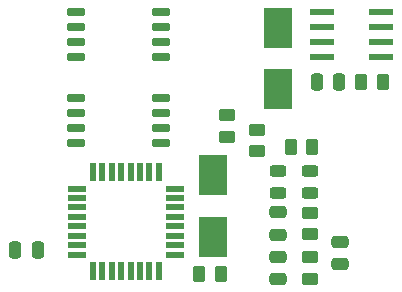
<source format=gtp>
%TF.GenerationSoftware,KiCad,Pcbnew,8.0.8*%
%TF.CreationDate,2025-03-21T07:08:09+05:30*%
%TF.ProjectId,project2_MCU_datalogger,70726f6a-6563-4743-925f-4d43555f6461,1.0*%
%TF.SameCoordinates,Original*%
%TF.FileFunction,Paste,Top*%
%TF.FilePolarity,Positive*%
%FSLAX46Y46*%
G04 Gerber Fmt 4.6, Leading zero omitted, Abs format (unit mm)*
G04 Created by KiCad (PCBNEW 8.0.8) date 2025-03-21 07:08:09*
%MOMM*%
%LPD*%
G01*
G04 APERTURE LIST*
G04 Aperture macros list*
%AMRoundRect*
0 Rectangle with rounded corners*
0 $1 Rounding radius*
0 $2 $3 $4 $5 $6 $7 $8 $9 X,Y pos of 4 corners*
0 Add a 4 corners polygon primitive as box body*
4,1,4,$2,$3,$4,$5,$6,$7,$8,$9,$2,$3,0*
0 Add four circle primitives for the rounded corners*
1,1,$1+$1,$2,$3*
1,1,$1+$1,$4,$5*
1,1,$1+$1,$6,$7*
1,1,$1+$1,$8,$9*
0 Add four rect primitives between the rounded corners*
20,1,$1+$1,$2,$3,$4,$5,0*
20,1,$1+$1,$4,$5,$6,$7,0*
20,1,$1+$1,$6,$7,$8,$9,0*
20,1,$1+$1,$8,$9,$2,$3,0*%
G04 Aperture macros list end*
%ADD10RoundRect,0.250000X0.250000X0.475000X-0.250000X0.475000X-0.250000X-0.475000X0.250000X-0.475000X0*%
%ADD11RoundRect,0.250000X0.450000X-0.262500X0.450000X0.262500X-0.450000X0.262500X-0.450000X-0.262500X0*%
%ADD12RoundRect,0.250000X0.475000X-0.250000X0.475000X0.250000X-0.475000X0.250000X-0.475000X-0.250000X0*%
%ADD13RoundRect,0.250000X-0.262500X-0.450000X0.262500X-0.450000X0.262500X0.450000X-0.262500X0.450000X0*%
%ADD14RoundRect,0.073750X-0.911250X-0.221250X0.911250X-0.221250X0.911250X0.221250X-0.911250X0.221250X0*%
%ADD15RoundRect,0.243750X0.456250X-0.243750X0.456250X0.243750X-0.456250X0.243750X-0.456250X-0.243750X0*%
%ADD16RoundRect,0.150000X-0.650000X-0.150000X0.650000X-0.150000X0.650000X0.150000X-0.650000X0.150000X0*%
%ADD17RoundRect,0.068750X0.666250X0.206250X-0.666250X0.206250X-0.666250X-0.206250X0.666250X-0.206250X0*%
%ADD18RoundRect,0.068750X0.206250X0.666250X-0.206250X0.666250X-0.206250X-0.666250X0.206250X-0.666250X0*%
%ADD19R,2.400000X3.500000*%
%ADD20RoundRect,0.250000X-0.475000X0.250000X-0.475000X-0.250000X0.475000X-0.250000X0.475000X0.250000X0*%
G04 APERTURE END LIST*
D10*
%TO.C,C4*%
X54450000Y-26500000D03*
X52550000Y-26500000D03*
%TD*%
D11*
%TO.C,R1*%
X45000000Y-31162500D03*
X45000000Y-29337500D03*
%TD*%
D12*
%TO.C,C5*%
X54500000Y-41950000D03*
X54500000Y-40050000D03*
%TD*%
D13*
%TO.C,R6*%
X56337500Y-26500000D03*
X58162500Y-26500000D03*
%TD*%
D14*
%TO.C,U3*%
X53025000Y-20595000D03*
X53025000Y-21865000D03*
X53025000Y-23135000D03*
X53025000Y-24405000D03*
X57975000Y-24405000D03*
X57975000Y-23135000D03*
X57975000Y-21865000D03*
X57975000Y-20595000D03*
%TD*%
D15*
%TO.C,D2*%
X49250000Y-35937500D03*
X49250000Y-34062500D03*
%TD*%
D16*
%TO.C,U2*%
X32150000Y-27845000D03*
X32150000Y-29115000D03*
X32150000Y-30385000D03*
X32150000Y-31655000D03*
X39350000Y-31655000D03*
X39350000Y-30385000D03*
X39350000Y-29115000D03*
X39350000Y-27845000D03*
%TD*%
D11*
%TO.C,R7*%
X52000000Y-39412500D03*
X52000000Y-37587500D03*
%TD*%
D13*
%TO.C,R4*%
X42587500Y-42750000D03*
X44412500Y-42750000D03*
%TD*%
D17*
%TO.C,U4*%
X40565000Y-41135000D03*
X40565000Y-40335000D03*
X40565000Y-39535000D03*
X40565000Y-38735000D03*
X40565000Y-37935000D03*
X40565000Y-37135000D03*
X40565000Y-36335000D03*
X40565000Y-35535000D03*
D18*
X39195000Y-34165000D03*
X38395000Y-34165000D03*
X37595000Y-34165000D03*
X36795000Y-34165000D03*
X35995000Y-34165000D03*
X35195000Y-34165000D03*
X34395000Y-34165000D03*
X33595000Y-34165000D03*
D17*
X32225000Y-35535000D03*
X32225000Y-36335000D03*
X32225000Y-37135000D03*
X32225000Y-37935000D03*
X32225000Y-38735000D03*
X32225000Y-39535000D03*
X32225000Y-40335000D03*
X32225000Y-41135000D03*
D18*
X33595000Y-42505000D03*
X34395000Y-42505000D03*
X35195000Y-42505000D03*
X35995000Y-42505000D03*
X36795000Y-42505000D03*
X37595000Y-42505000D03*
X38395000Y-42505000D03*
X39195000Y-42505000D03*
%TD*%
D19*
%TO.C,Y1*%
X49250000Y-27100000D03*
X49250000Y-21900000D03*
%TD*%
D20*
%TO.C,C3*%
X49250000Y-37550000D03*
X49250000Y-39450000D03*
%TD*%
D11*
%TO.C,R3*%
X52000000Y-43162500D03*
X52000000Y-41337500D03*
%TD*%
D10*
%TO.C,C1*%
X28950000Y-40750000D03*
X27050000Y-40750000D03*
%TD*%
D15*
%TO.C,D1*%
X52000000Y-35937500D03*
X52000000Y-34062500D03*
%TD*%
D19*
%TO.C,Y2*%
X43750000Y-34400000D03*
X43750000Y-39600000D03*
%TD*%
D11*
%TO.C,R2*%
X47500000Y-32362500D03*
X47500000Y-30537500D03*
%TD*%
D12*
%TO.C,C2*%
X49250000Y-43200000D03*
X49250000Y-41300000D03*
%TD*%
D16*
%TO.C,U1*%
X32150000Y-20595000D03*
X32150000Y-21865000D03*
X32150000Y-23135000D03*
X32150000Y-24405000D03*
X39350000Y-24405000D03*
X39350000Y-23135000D03*
X39350000Y-21865000D03*
X39350000Y-20595000D03*
%TD*%
D13*
%TO.C,R5*%
X50337500Y-32000000D03*
X52162500Y-32000000D03*
%TD*%
M02*

</source>
